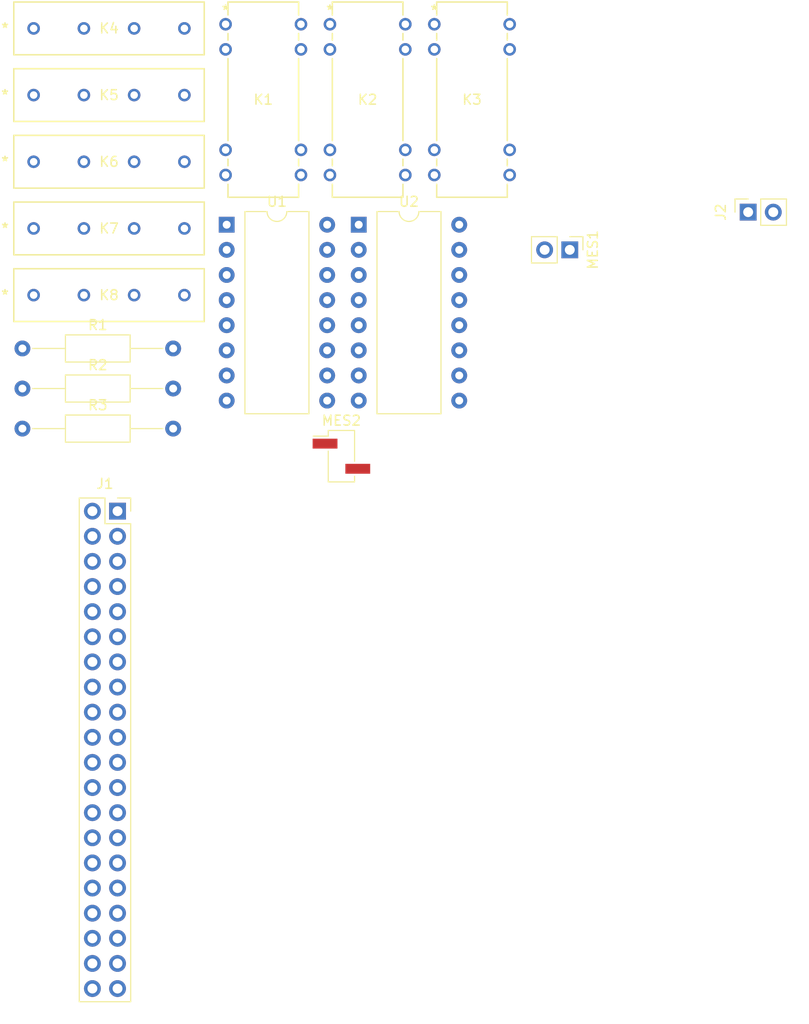
<source format=kicad_pcb>
(kicad_pcb (version 20221018) (generator pcbnew)
  (layers (0 "F.Cu" signal) (31 "B.Cu" signal) (34 "B.Paste" user) (35 "F.Paste" user) (36 "B.SilkS" user "B.Silkscreen") (37 "F.SilkS" user "F.Silkscreen") (38 "B.Mask" user) (39 "F.Mask" user) (44 "Edge.Cuts" user))
  (net 0 "")
  (net 3 "B")
  (net 4 "+12V")
  (net 5 "/O_{1}")
  (net 6 "Net-(K1-Pad7)")
  (net 7 "Net-(K1-Pad8)")
  (net 10 "A")
  (net 11 "/O_{2}")
  (net 12 "Net-(K2-Pad7)")
  (net 13 "Net-(K2-Pad8)")
  (net 16 "/O_{3}")
  (net 17 "Net-(K3-Pad7)")
  (net 18 "Net-(K3-Pad8)")
  (net 21 "+5V")
  (net 22 "/O_{4}")
  (net 23 "/O_{5}")
  (net 24 "Net-(MES2-+)")
  (net 25 "/O6")
  (net 26 "Net-(MES2--)")
  (net 27 "/O7")
  (net 28 "/O8")
  (net 29 "/I_{2}")
  (net 30 "/I_{3}")
  (net 31 "/I_{4}")
  (net 32 "/I_{5}")
  (net 33 "/I_{6}")
  (net 34 "/I_{7}")
  (net 37 "/~{MR}")
  (net 38 "/SH_CP")
  (net 39 "/ST_CP")
  (net 40 "/~{OE}")
  (net 41 "/DS")
  (net 42 "/I_{1}")
  (net 43 "/O_{7}")
  (net 44 "/O_{6}")
  (net 76 "GND")
  (footprint "3572-1220-053:RELAY8_3572-1220-053_COM" (layer "F.Cu") (at 62.3686 45.5221)
    (fp_text reference "K2" (at 3.81 7.62 unlocked) (layer "F.SilkS"))
    (fp_text value "3572-1220-123")
    (fp_text user "*" (at 0 -1.397) (layer "F.SilkS"))
    (fp_text user "*" (at 0 -1.397 unlocked) (layer "F.SilkS"))
    (fp_line (start 0.2413 -2.2479) (end 0.2413 -0.937174) (stroke (width 0.1524)) (layer "F.SilkS"))
    (fp_line (start 0.2413 0.937174) (end 0.2413 1.602826) (stroke (width 0.1524)) (layer "F.SilkS"))
    (fp_line (start 0.2413 3.477174) (end 0.2413 11.762826) (stroke (width 0.1524)) (layer "F.SilkS"))
    (fp_line (start 0.2413 13.637174) (end 0.2413 14.302826) (stroke (width 0.1524)) (layer "F.SilkS"))
    (fp_line (start 0.2413 16.177174) (end 0.2413 17.4879) (stroke (width 0.1524)) (layer "F.SilkS"))
    (fp_line (start 0.2413 17.4879) (end 7.3787 17.4879) (stroke (width 0.1524)) (layer "F.SilkS"))
    (fp_line (start 7.3787 -2.2479) (end 0.2413 -2.2479) (stroke (width 0.1524)) (layer "F.SilkS"))
    (fp_line (start 7.3787 -0.937174) (end 7.3787 -2.2479) (stroke (width 0.1524)) (layer "F.SilkS"))
    (fp_line (start 7.3787 1.602826) (end 7.3787 0.937174) (stroke (width 0.1524)) (layer "F.SilkS"))
    (fp_line (start 7.3787 11.762826) (end 7.3787 3.477174) (stroke (width 0.1524)) (layer "F.SilkS"))
    (fp_line (start 7.3787 14.302826) (end 7.3787 13.637174) (stroke (width 0.1524)) (layer "F.SilkS"))
    (fp_line (start 7.3787 17.4879) (end 7.3787 16.177174) (stroke (width 0.1524)) (layer "F.SilkS"))
    (pad "1" thru_hole circle (at 0 0) (size 1.27 1.27) (drill 0.762) (layers "*.Cu" "*.Mask") (net 3 "B"))
    (pad "2" thru_hole circle (at 0 2.54) (size 1.27 1.27) (drill 0.762) (layers "*.Cu" "*.Mask") (net 4 "+12V"))
    (pad "6" thru_hole circle (at 0 12.7) (size 1.27 1.27) (drill 0.762) (layers "*.Cu" "*.Mask") (net 11 "/O_{2}"))
    (pad "7" thru_hole circle (at 0 15.24) (size 1.27 1.27) (drill 0.762) (layers "*.Cu" "*.Mask") (net 12 "Net-(K2-Pad7)"))
    (pad "8" thru_hole circle (at 7.62 15.24) (size 1.27 1.27) (drill 0.762) (layers "*.Cu" "*.Mask") (net 13 "Net-(K2-Pad8)"))
    (pad "9" thru_hole circle (at 7.62 12.7) (size 1.27 1.27) (drill 0.762) (layers "*.Cu" "*.Mask"))
    (pad "13" thru_hole circle (at 7.62 2.54) (size 1.27 1.27) (drill 0.762) (layers "*.Cu" "*.Mask"))
    (pad "14" thru_hole circle (at 7.62 0) (size 1.27 1.27) (drill 0.762) (layers "*.Cu" "*.Mask") (net 10 "A"))
  )
  (footprint "Connector_PinHeader_2.54mm:PinHeader_1x02_P2.54mm_Vertical_SMD_Pin1Left" (layer "F.Cu") (at 63.528 89.186)
    (fp_text reference "MES2" (at 0 -3.6) (layer "F.SilkS"))
    (fp_text value "Ammeter_DC")
    (fp_line (start -1.33 -2.6) (end -1.33 -2.03) (stroke (width 0.12)) (layer "F.SilkS"))
    (fp_line (start -1.33 -2.6) (end 1.33 -2.6) (stroke (width 0.12)) (layer "F.SilkS"))
    (fp_line (start -1.33 -2.03) (end -2.85 -2.03) (stroke (width 0.12)) (layer "F.SilkS"))
    (fp_line (start -1.33 -0.51) (end -1.33 2.6) (stroke (width 0.12)) (layer "F.SilkS"))
    (fp_line (start -1.33 2.6) (end 1.33 2.6) (stroke (width 0.12)) (layer "F.SilkS"))
    (fp_line (start 1.33 -2.6) (end 1.33 0.51) (stroke (width 0.12)) (layer "F.SilkS"))
    (fp_line (start 1.33 2.03) (end 1.33 2.6) (stroke (width 0.12)) (layer "F.SilkS"))
    (pad "1" smd rect (at -1.655 -1.27) (size 2.51 1) (layers "F.Cu" "F.Paste" "F.Mask") (net 26 "Net-(MES2--)"))
    (pad "2" smd rect (at 1.655 1.27) (size 2.51 1) (layers "F.Cu" "F.Paste" "F.Mask") (net 24 "Net-(MES2-+)"))
  )
  (footprint "3570-1220-123:SIP_3570-1331_COM" (layer "F.Cu") (at 32.4128 66.1624)
    (fp_text reference "K7" (at 7.62 0 unlocked) (layer "F.SilkS"))
    (fp_text value "3570-1331-123")
    (fp_text user "*" (at -2.8956 0 unlocked) (layer "F.SilkS"))
    (fp_text user "*" (at -2.8956 0) (layer "F.SilkS"))
    (fp_line (start -2.0066 -2.667) (end -2.0066 2.667) (stroke (width 0.1524)) (layer "F.SilkS"))
    (fp_line (start -2.0066 2.667) (end 17.2466 2.667) (stroke (width 0.1524)) (layer "F.SilkS"))
    (fp_line (start 17.2466 -2.667) (end -2.0066 -2.667) (stroke (width 0.1524)) (layer "F.SilkS"))
    (fp_line (start 17.2466 2.667) (end 17.2466 -2.667) (stroke (width 0.1524)) (layer "F.SilkS"))
    (pad "1" thru_hole circle (at 0 0) (size 1.27 1.27) (drill 0.762) (layers "*.Cu" "*.Mask") (net 26 "Net-(MES2--)"))
    (pad "2" thru_hole circle (at 5.08 0) (size 1.27 1.27) (drill 0.762) (layers "*.Cu" "*.Mask") (net 4 "+12V"))
    (pad "3" thru_hole circle (at 10.16 0) (size 1.27 1.27) (drill 0.762) (layers "*.Cu" "*.Mask") (net 27 "/O7"))
    (pad "4" thru_hole circle (at 15.24 0) (size 1.27 1.27) (drill 0.762) (layers "*.Cu" "*.Mask") (net 76 "GND"))
  )
  (footprint "Package_DIP:DIP-16_W10.16mm" (layer "F.Cu") (at 51.928 65.786)
    (fp_text reference "U1" (at 5.08 -2.33) (layer "F.SilkS"))
    (fp_text value "74HC595N_112")
    (fp_line (start 1.845 -1.33) (end 1.845 19.11) (stroke (width 0.12)) (layer "F.SilkS"))
    (fp_line (start 1.845 19.11) (end 8.315 19.11) (stroke (width 0.12)) (layer "F.SilkS"))
    (fp_line (start 4.08 -1.33) (end 1.845 -1.33) (stroke (width 0.12)) (layer "F.SilkS"))
    (fp_line (start 8.315 -1.33) (end 6.08 -1.33) (stroke (width 0.12)) (layer "F.SilkS"))
    (fp_line (start 8.315 19.11) (end 8.315 -1.33) (stroke (width 0.12)) (layer "F.SilkS"))
    (fp_arc (start 6.08 -1.33) (mid 5.08 -0.33) (end 4.08 -1.33) (stroke (width 0.12)) (layer "F.SilkS"))
    (pad "1" thru_hole rect (at 0 0) (size 1.6 1.6) (drill 0.8) (layers "*.Cu" "*.Mask") (net 29 "/I_{2}"))
    (pad "2" thru_hole oval (at 0 2.54) (size 1.6 1.6) (drill 0.8) (layers "*.Cu" "*.Mask") (net 30 "/I_{3}"))
    (pad "3" thru_hole oval (at 0 5.08) (size 1.6 1.6) (drill 0.8) (layers "*.Cu" "*.Mask") (net 31 "/I_{4}"))
    (pad "4" thru_hole oval (at 0 7.62) (size 1.6 1.6) (drill 0.8) (layers "*.Cu" "*.Mask") (net 32 "/I_{5}"))
    (pad "5" thru_hole oval (at 0 10.16) (size 1.6 1.6) (drill 0.8) (layers "*.Cu" "*.Mask") (net 33 "/I_{6}"))
    (pad "6" thru_hole oval (at 0 12.7) (size 1.6 1.6) (drill 0.8) (layers "*.Cu" "*.Mask") (net 34 "/I_{7}"))
    (pad "7" thru_hole oval (at 0 15.24) (size 1.6 1.6) (drill 0.8) (layers "*.Cu" "*.Mask"))
    (pad "8" thru_hole oval (at 0 17.78) (size 1.6 1.6) (drill 0.8) (layers "*.Cu" "*.Mask") (net 76 "GND"))
    (pad "9" thru_hole oval (at 10.16 17.78) (size 1.6 1.6) (drill 0.8) (layers "*.Cu" "*.Mask"))
    (pad "10" thru_hole oval (at 10.16 15.24) (size 1.6 1.6) (drill 0.8) (layers "*.Cu" "*.Mask") (net 37 "/~{MR}"))
    (pad "11" thru_hole oval (at 10.16 12.7) (size 1.6 1.6) (drill 0.8) (layers "*.Cu" "*.Mask") (net 38 "/SH_CP"))
    (pad "12" thru_hole oval (at 10.16 10.16) (size 1.6 1.6) (drill 0.8) (layers "*.Cu" "*.Mask") (net 39 "/ST_CP"))
    (pad "13" thru_hole oval (at 10.16 7.62) (size 1.6 1.6) (drill 0.8) (layers "*.Cu" "*.Mask") (net 40 "/~{OE}"))
    (pad "14" thru_hole oval (at 10.16 5.08) (size 1.6 1.6) (drill 0.8) (layers "*.Cu" "*.Mask") (net 41 "/DS"))
    (pad "15" thru_hole oval (at 10.16 2.54) (size 1.6 1.6) (drill 0.8) (layers "*.Cu" "*.Mask") (net 42 "/I_{1}"))
    (pad "16" thru_hole oval (at 10.16 0) (size 1.6 1.6) (drill 0.8) (layers "*.Cu" "*.Mask") (net 21 "+5V"))
  )
  (footprint "3572-1220-053:RELAY8_3572-1220-053_COM" (layer "F.Cu") (at 72.919 45.5221)
    (fp_text reference "K3" (at 3.81 7.62 unlocked) (layer "F.SilkS"))
    (fp_text value "3572-1220-123")
    (fp_text user "*" (at 0 -1.397 unlocked) (layer "F.SilkS"))
    (fp_text user "*" (at 0 -1.397) (layer "F.SilkS"))
    (fp_line (start 0.2413 -2.2479) (end 0.2413 -0.937174) (stroke (width 0.1524)) (layer "F.SilkS"))
    (fp_line (start 0.2413 0.937174) (end 0.2413 1.602826) (stroke (width 0.1524)) (layer "F.SilkS"))
    (fp_line (start 0.2413 3.477174) (end 0.2413 11.762826) (stroke (width 0.1524)) (layer "F.SilkS"))
    (fp_line (start 0.2413 13.637174) (end 0.2413 14.302826) (stroke (width 0.1524)) (layer "F.SilkS"))
    (fp_line (start 0.2413 16.177174) (end 0.2413 17.4879) (stroke (width 0.1524)) (layer "F.SilkS"))
    (fp_line (start 0.2413 17.4879) (end 7.3787 17.4879) (stroke (width 0.1524)) (layer "F.SilkS"))
    (fp_line (start 7.3787 -2.2479) (end 0.2413 -2.2479) (stroke (width 0.1524)) (layer "F.SilkS"))
    (fp_line (start 7.3787 -0.937174) (end 7.3787 -2.2479) (stroke (width 0.1524)) (layer "F.SilkS"))
    (fp_line (start 7.3787 1.602826) (end 7.3787 0.937174) (stroke (width 0.1524)) (layer "F.SilkS"))
    (fp_line (start 7.3787 11.762826) (end 7.3787 3.477174) (stroke (width 0.1524)) (layer "F.SilkS"))
    (fp_line (start 7.3787 14.302826) (end 7.3787 13.637174) (stroke (width 0.1524)) (layer "F.SilkS"))
    (fp_line (start 7.3787 17.4879) (end 7.3787 16.177174) (stroke (width 0.1524)) (layer "F.SilkS"))
    (pad "1" thru_hole circle (at 0 0) (size 1.27 1.27) (drill 0.762) (layers "*.Cu" "*.Mask") (net 76 "GND"))
    (pad "2" thru_hole circle (at 0 2.54) (size 1.27 1.27) (drill 0.762) (layers "*.Cu" "*.Mask") (net 4 "+12V"))
    (pad "6" thru_hole circle (at 0 12.7) (size 1.27 1.27) (drill 0.762) (layers "*.Cu" "*.Mask") (net 16 "/O_{3}"))
    (pad "7" thru_hole circle (at 0 15.24) (size 1.27 1.27) (drill 0.762) (layers "*.Cu" "*.Mask") (net 17 "Net-(K3-Pad7)"))
    (pad "8" thru_hole circle (at 7.62 15.24) (size 1.27 1.27) (drill 0.762) (layers "*.Cu" "*.Mask") (net 18 "Net-(K3-Pad8)"))
    (pad "9" thru_hole circle (at 7.62 12.7) (size 1.27 1.27) (drill 0.762) (layers "*.Cu" "*.Mask"))
    (pad "13" thru_hole circle (at 7.62 2.54) (size 1.27 1.27) (drill 0.762) (layers "*.Cu" "*.Mask"))
    (pad "14" thru_hole circle (at 7.62 0) (size 1.27 1.27) (drill 0.762) (layers "*.Cu" "*.Mask") (net 10 "A"))
  )
  (footprint "3570-1220-123:SIP_3570-1331_COM" (layer "F.Cu") (at 32.4128 45.9412)
    (fp_text reference "K4" (at 7.62 0 unlocked) (layer "F.SilkS"))
    (fp_text value "3570-1331-123")
    (fp_text user "*" (at -2.8956 0 unlocked) (layer "F.SilkS"))
    (fp_text user "*" (at -2.8956 0) (layer "F.SilkS"))
    (fp_line (start -2.0066 -2.667) (end -2.0066 2.667) (stroke (width 0.1524)) (layer "F.SilkS"))
    (fp_line (start -2.0066 2.667) (end 17.2466 2.667) (stroke (width 0.1524)) (layer "F.SilkS"))
    (fp_line (start 17.2466 -2.667) (end -2.0066 -2.667) (stroke (width 0.1524)) (layer "F.SilkS"))
    (fp_line (start 17.2466 2.667) (end 17.2466 -2.667) (stroke (width 0.1524)) (layer "F.SilkS"))
    (pad "1" thru_hole circle (at 0 0) (size 1.27 1.27) (drill 0.762) (layers "*.Cu" "*.Mask") (net 21 "+5V"))
    (pad "2" thru_hole circle (at 5.08 0) (size 1.27 1.27) (drill 0.762) (layers "*.Cu" "*.Mask") (net 4 "+12V"))
    (pad "3" thru_hole circle (at 10.16 0) (size 1.27 1.27) (drill 0.762) (layers "*.Cu" "*.Mask") (net 22 "/O_{4}"))
    (pad "4" thru_hole circle (at 15.24 0) (size 1.27 1.27) (drill 0.762) (layers "*.Cu" "*.Mask") (net 10 "A"))
  )
  (footprint "Connector_PinHeader_2.54mm:PinHeader_1x02_P2.54mm_Vertical" (layer "F.Cu") (at 86.614 68.326 -90)
    (fp_text reference "MES1" (at 0 -2.33 90) (layer "F.SilkS"))
    (fp_text value "Voltmeter_DC")
    (fp_line (start -1.33 -1.33) (end 0 -1.33) (stroke (width 0.12)) (layer "F.SilkS"))
    (fp_line (start -1.33 0) (end -1.33 -1.33) (stroke (width 0.12)) (layer "F.SilkS"))
    (fp_line (start -1.33 1.27) (end -1.33 3.87) (stroke (width 0.12)) (layer "F.SilkS"))
    (fp_line (start -1.33 1.27) (end 1.33 1.27) (stroke (width 0.12)) (layer "F.SilkS"))
    (fp_line (start -1.33 3.87) (end 1.33 3.87) (stroke (width 0.12)) (layer "F.SilkS"))
    (fp_line (start 1.33 1.27) (end 1.33 3.87) (stroke (width 0.12)) (layer "F.SilkS"))
    (pad "1" thru_hole rect (at 0 0 270) (size 1.7 1.7) (drill 1) (layers "*.Cu" "*.Mask") (net 76 "GND"))
    (pad "2" thru_hole oval (at 0 2.54 270) (size 1.7 1.7) (drill 1) (layers "*.Cu" "*.Mask") (net 10 "A"))
  )
  (footprint "Connector_PinSocket_2.54mm:PinSocket_2x20_P2.54mm_Vertical" (layer "F.Cu") (at 40.894 94.742)
    (fp_text reference "J1" (at -1.27 -2.77) (layer "F.SilkS"))
    (fp_text value "Raspberry PI5")
    (fp_line (start -3.87 -1.33) (end -3.87 49.59) (stroke (width 0.12)) (layer "F.SilkS"))
    (fp_line (start -3.87 -1.33) (end -1.27 -1.33) (stroke (width 0.12)) (layer "F.SilkS"))
    (fp_line (start -3.87 49.59) (end 1.33 49.59) (stroke (width 0.12)) (layer "F.SilkS"))
    (fp_line (start -1.27 -1.33) (end -1.27 1.27) (stroke (width 0.12)) (layer "F.SilkS"))
    (fp_line (start -1.27 1.27) (end 1.33 1.27) (stroke (width 0.12)) (layer "F.SilkS"))
    (fp_line (start 0 -1.33) (end 1.33 -1.33) (stroke (width 0.12)) (layer "F.SilkS"))
    (fp_line (start 1.33 -1.33) (end 1.33 0) (stroke (width 0.12)) (layer "F.SilkS"))
    (fp_line (start 1.33 1.27) (end 1.33 49.59) (stroke (width 0.12)) (layer "F.SilkS"))
    (pad "1" thru_hole rect (at 0 0) (size 1.7 1.7) (drill 1) (layers "*.Cu" "*.Mask"))
    (pad "2" thru_hole oval (at -2.54 0) (size 1.7 1.7) (drill 1) (layers "*.Cu" "*.Mask"))
    (pad "3" thru_hole oval (at 0 2.54) (size 1.7 1.7) (drill 1) (layers "*.Cu" "*.Mask"))
    (pad "4" thru_hole oval (at -2.54 2.54) (size 1.7 1.7) (drill 1) (layers "*.Cu" "*.Mask"))
    (pad "5" thru_hole oval (at 0 5.08) (size 1.7 1.7) (drill 1) (layers "*.Cu" "*.Mask"))
    (pad "6" thru_hole oval (at -2.54 5.08) (size 1.7 1.7) (drill 1) (layers "*.Cu" "*.Mask") (net 76 "GND"))
    (pad "7" thru_hole oval (at 0 7.62) (size 1.7 1.7) (drill 1) (layers "*.Cu" "*.Mask"))
    (pad "8" thru_hole oval (at -2.54 7.62) (size 1.7 1.7) (drill 1) (layers "*.Cu" "*.Mask"))
    (pad "9" thru_hole oval (at 0 10.16) (size 1.7 1.7) (drill 1) (layers "*.Cu" "*.Mask") (net 76 "GND"))
    (pad "10" thru_hole oval (at -2.54 10.16) (size 1.7 1.7) (drill 1) (layers "*.Cu" "*.Mask"))
    (pad "11" thru_hole oval (at 0 12.7) (size 1.7 1.7) (drill 1) (layers "*.Cu" "*.Mask"))
    (pad "12" thru_hole oval (at -2.54 12.7) (size 1.7 1.7) (drill 1) (layers "*.Cu" "*.Mask"))
    (pad "13" thru_hole oval (at 0 15.24) (size 1.7 1.7) (drill 1) (layers "*.Cu" "*.Mask"))
    (pad "14" thru_hole oval (at -2.54 15.24) (size 1.7 1.7) (drill 1) (layers "*.Cu" "*.Mask") (net 76 "GND"))
    (pad "15" thru_hole oval (at 0 17.78) (size 1.7 1.7) (drill 1) (layers "*.Cu" "*.Mask"))
    (pad "16" thru_hole oval (at -2.54 17.78) (size 1.7 1.7) (drill 1) (layers "*.Cu" "*.Mask"))
    (pad "17" thru_hole oval (at 0 20.32) (size 1.7 1.7) (drill 1) (layers "*.Cu" "*.Mask"))
    (pad "18" thru_hole oval (at -2.54 20.32) (size 1.7 1.7) (drill 1) (layers "*.Cu" "*.Mask"))
    (pad "19" thru_hole oval (at 0 22.86) (size 1.7 1.7) (drill 1) (layers "*.Cu" "*.Mask"))
    (pad "20" thru_hole oval (at -2.54 22.86) (size 1.7 1.7) (drill 1) (layers "*.Cu" "*.Mask") (net 76 "GND"))
    (pad "21" thru_hole oval (at 0 25.4) (size 1.7 1.7) (drill 1) (layers "*.Cu" "*.Mask"))
    (pad "22" thru_hole oval (at -2.54 25.4) (size 1.7 1.7) (drill 1) (layers "*.Cu" "*.Mask"))
    (pad "23" thru_hole oval (at 0 27.94) (size 1.7 1.7) (drill 1) (layers "*.Cu" "*.Mask"))
    (pad "24" thru_hole oval (at -2.54 27.94) (size 1.7 1.7) (drill 1) (layers "*.Cu" "*.Mask"))
    (pad "25" thru_hole oval (at 0 30.48) (size 1.7 1.7) (drill 1) (layers "*.Cu" "*.Mask") (net 76 "GND"))
    (pad "26" thru_hole oval (at -2.54 30.48) (size 1.7 1.7) (drill 1) (layers "*.Cu" "*.Mask"))
    (pad "27" thru_hole oval (at 0 33.02) (size 1.7 1.7) (drill 1) (layers "*.Cu" "*.Mask"))
    (pad "28" thru_hole oval (at -2.54 33.02) (size 1.7 1.7) (drill 1) (layers "*.Cu" "*.Mask"))
    (pad "29" thru_hole oval (at 0 35.56) (size 1.7 1.7) (drill 1) (layers "*.Cu" "*.Mask"))
    (pad "30" thru_hole oval (at -2.54 35.56) (size 1.7 1.7) (drill 1) (layers "*.Cu" "*.Mask"))
    (pad "31" thru_hole oval (at 0 38.1) (size 1.7 1.7) (drill 1) (layers "*.Cu" "*.Mask"))
    (pad "32" thru_hole oval (at -2.54 38.1) (size 1.7 1.7) (drill 1) (layers "*.Cu" "*.Mask"))
    (pad "33" thru_hole oval (at 0 40.64) (size 1.7 1.7) (drill 1) (layers "*.Cu" "*.Mask"))
    (pad "34" thru_hole oval (at -2.54 40.64) (size 1.7 1.7) (drill 1) (layers "*.Cu" "*.Mask") (net 76 "GND"))
    (pad "35" thru_hole oval (at 0 43.18) (size 1.7 1.7) (drill 1) (layers "*.Cu" "*.Mask"))
    (pad "36" thru_hole oval (at -2.54 43.18) (size 1.7 1.7) (drill 1) (layers "*.Cu" "*.Mask"))
    (pad "37" thru_hole oval (at 0 45.72) (size 1.7 1.7) (drill 1) (layers "*.Cu" "*.Mask"))
    (pad "38" thru_hole oval (at -2.54 45.72) (size 1.7 1.7) (drill 1) (layers "*.Cu" "*.Mask"))
    (pad "39" thru_hole oval (at 0 48.26) (size 1.7 1.7) (drill 1) (layers "*.Cu" "*.Mask") (net 76 "GND"))
    (pad "40" thru_hole oval (at -2.54 48.26) (size 1.7 1.7) (drill 1) (layers "*.Cu" "*.Mask"))
  )
  (footprint "3572-1220-053:RELAY8_3572-1220-053_COM" (layer "F.Cu") (at 51.8182 45.5221)
    (fp_text reference "K1" (at 3.81 7.62 unlocked) (layer "F.SilkS"))
    (fp_text value "3572-1220-123")
    (fp_text user "*" (at 0 -1.397) (layer "F.SilkS"))
    (fp_text user "*" (at 0 -1.397 unlocked) (layer "F.SilkS"))
    (fp_line (start 0.2413 -2.2479) (end 0.2413 -0.937174) (stroke (width 0.1524)) (layer "F.SilkS"))
    (fp_line (start 0.2413 0.937174) (end 0.2413 1.602826) (stroke (width 0.1524)) (layer "F.SilkS"))
    (fp_line (start 0.2413 3.477174) (end 0.2413 11.762826) (stroke (width 0.1524)) (layer "F.SilkS"))
    (fp_line (start 0.2413 13.637174) (end 0.2413 14.302826) (stroke (width 0.1524)) (layer "F.SilkS"))
    (fp_line (start 0.2413 16.177174) (end 0.2413 17.4879) (stroke (width 0.1524)) (layer "F.SilkS"))
    (fp_line (start 0.2413 17.4879) (end 7.3787 17.4879) (stroke (width 0.1524)) (layer "F.SilkS"))
    (fp_line (start 7.3787 -2.2479) (end 0.2413 -2.2479) (stroke (width 0.1524)) (layer "F.SilkS"))
    (fp_line (start 7.3787 -0.937174) (end 7.3787 -2.2479) (stroke (width 0.1524)) (layer "F.SilkS"))
    (fp_line (start 7.3787 1.602826) (end 7.3787 0.937174) (stroke (width 0.1524)) (layer "F.SilkS"))
    (fp_line (start 7.3787 11.762826) (end 7.3787 3.477174) (stroke (width 0.1524)) (layer "F.SilkS"))
    (fp_line (start 7.3787 14.302826) (end 7.3787 13.637174) (stroke (width 0.1524)) (layer "F.SilkS"))
    (fp_line (start 7.3787 17.4879) (end 7.3787 16.177174) (stroke (width 0.1524)) (layer "F.SilkS"))
    (pad "1" thru_hole circle (at 0 0) (size 1.27 1.27) (drill 0.762) (layers "*.Cu" "*.Mask") (net 3 "B"))
    (pad "2" thru_hole circle (at 0 2.54) (size 1.27 1.27) (drill 0.762) (layers "*.Cu" "*.Mask") (net 4 "+12V"))
    (pad "6" thru_hole circle (at 0 12.7) (size 1.27 1.27) (drill 0.762) (layers "*.Cu" "*.Mask") (net 5 "/O_{1}"))
    (pad "7" thru_hole circle (at 0 15.24) (size 1.27 1.27) (drill 0.762) (layers "*.Cu" "*.Mask") (net 6 "Net-(K1-Pad7)"))
    (pad "8" thru_hole circle (at 7.62 15.24) (size 1.27 1.27) (drill 0.762) (layers "*.Cu" "*.Mask") (net 7 "Net-(K1-Pad8)"))
    (pad "9" thru_hole circle (at 7.62 12.7) (size 1.27 1.27) (drill 0.762) (layers "*.Cu" "*.Mask"))
    (pad "13" thru_hole circle (at 7.62 2.54) (size 1.27 1.27) (drill 0.762) (layers "*.Cu" "*.Mask"))
    (pad "14" thru_hole circle (at 7.62 0) (size 1.27 1.27) (drill 0.762) (layers "*.Cu" "*.Mask") (net 10 "A"))
  )
  (footprint "Resistor_THT:R_Axial_DIN0207_L6.3mm_D2.5mm_P15.24mm_Horizontal" (layer "F.Cu") (at 31.278 86.396)
    (fp_text reference "R3" (at 7.62 -2.37) (layer "F.SilkS"))
    (fp_text value "R3")
    (fp_line (start 1.04 0) (end 4.35 0) (stroke (width 0.12)) (layer "F.SilkS"))
    (fp_line (start 4.35 -1.37) (end 4.35 1.37) (stroke (width 0.12)) (layer "F.SilkS"))
    (fp_line (start 4.35 1.37) (end 10.89 1.37) (stroke (width 0.12)) (layer "F.SilkS"))
    (fp_line (start 10.89 -1.37) (end 4.35 -1.37) (stroke (width 0.12)) (layer "F.SilkS"))
    (fp_line (start 10.89 1.37) (end 10.89 -1.37) (stroke (width 0.12)) (layer "F.SilkS"))
    (fp_line (start 14.2 0) (end 10.89 0) (stroke (width 0.12)) (layer "F.SilkS"))
    (pad "1" thru_hole circle (at 0 0) (size 1.6 1.6) (drill 0.8) (layers "*.Cu" "*.Mask") (net 18 "Net-(K3-Pad8)"))
    (pad "2" thru_hole oval (at 15.24 0) (size 1.6 1.6) (drill 0.8) (layers "*.Cu" "*.Mask") (net 17 "Net-(K3-Pad7)"))
  )
  (footprint "3570-1220-123:SIP_3570-1331_COM" (layer "F.Cu") (at 32.4128 72.9028)
    (fp_text reference "K8" (at 7.62 0 unlocked) (layer "F.SilkS"))
    (fp_text value "3570-1331-123")
    (fp_text user "*" (at -2.8956 0 unlocked) (layer "F.SilkS"))
    (fp_text user "*" (at -2.8956 0) (layer "F.SilkS"))
    (fp_line (start -2.0066 -2.667) (end -2.0066 2.667) (stroke (width 0.1524)) (layer "F.SilkS"))
    (fp_line (start -2.0066 2.667) (end 17.2466 2.667) (stroke (width 0.1524)) (layer "F.SilkS"))
    (fp_line (start 17.2466 -2.667) (end -2.0066 -2.667) (stroke (width 0.1524)) (layer "F.SilkS"))
    (fp_line (start 17.2466 2.667) (end 17.2466 -2.667) (stroke (width 0.1524)) (layer "F.SilkS"))
    (pad "1" thru_hole circle (at 0 0) (size 1.27 1.27) (drill 0.762) (layers "*.Cu" "*.Mask") (net 3 "B"))
    (pad "2" thru_hole circle (at 5.08 0) (size 1.27 1.27) (drill 0.762) (layers "*.Cu" "*.Mask") (net 4 "+12V"))
    (pad "3" thru_hole circle (at 10.16 0) (size 1.27 1.27) (drill 0.762) (layers "*.Cu" "*.Mask") (net 28 "/O8"))
    (pad "4" thru_hole circle (at 15.24 0) (size 1.27 1.27) (drill 0.762) (layers "*.Cu" "*.Mask") (net 76 "GND"))
  )
  (footprint "Resistor_THT:R_Axial_DIN0207_L6.3mm_D2.5mm_P15.24mm_Horizontal" (layer "F.Cu") (at 31.278 78.296)
    (fp_text reference "R1" (at 7.62 -2.37) (layer "F.SilkS"))
    (fp_text value "R1")
    (fp_line (start 1.04 0) (end 4.35 0) (stroke (width 0.12)) (layer "F.SilkS"))
    (fp_line (start 4.35 -1.37) (end 4.35 1.37) (stroke (width 0.12)) (layer "F.SilkS"))
    (fp_line (start 4.35 1.37) (end 10.89 1.37) (stroke (width 0.12)) (layer "F.SilkS"))
    (fp_line (start 10.89 -1.37) (end 4.35 -1.37) (stroke (width 0.12)) (layer "F.SilkS"))
    (fp_line (start 10.89 1.37) (end 10.89 -1.37) (stroke (width 0.12)) (layer "F.SilkS"))
    (fp_line (start 14.2 0) (end 10.89 0) (stroke (width 0.12)) (layer "F.SilkS"))
    (pad "1" thru_hole circle (at 0 0) (size 1.6 1.6) (drill 0.8) (layers "*.Cu" "*.Mask") (net 6 "Net-(K1-Pad7)"))
    (pad "2" thru_hole oval (at 15.24 0) (size 1.6 1.6) (drill 0.8) (layers "*.Cu" "*.Mask") (net 7 "Net-(K1-Pad8)"))
  )
  (footprint "Connector_PinSocket_2.54mm:PinSocket_1x02_P2.54mm_Vertical" (layer "F.Cu") (at 104.648 64.516 90)
    (fp_text reference "J2" (at 0 -2.77 90) (layer "F.SilkS"))
    (fp_text value "Fonte 5V")
    (fp_line (start -1.33 1.27) (end -1.33 3.87) (stroke (width 0.12)) (layer "F.SilkS"))
    (fp_line (start -1.33 1.27) (end 1.33 1.27) (stroke (width 0.12)) (layer "F.SilkS"))
    (fp_line (start -1.33 3.87) (end 1.33 3.87) (stroke (width 0.12)) (layer "F.SilkS"))
    (fp_line (start 0 -1.33) (end 1.33 -1.33) (stroke (width 0.12)) (layer "F.SilkS"))
    (fp_line (start 1.33 -1.33) (end 1.33 0) (stroke (width 0.12)) (layer "F.SilkS"))
    (fp_line (start 1.33 1.27) (end 1.33 3.87) (stroke (width 0.12)) (layer "F.SilkS"))
    (pad "1" thru_hole rect (at 0 0 90) (size 1.7 1.7) (drill 1) (layers "*.Cu" "*.Mask") (net 21 "+5V"))
    (pad "2" thru_hole oval (at 0 2.54 90) (size 1.7 1.7) (drill 1) (layers "*.Cu" "*.Mask") (net 76 "GND"))
  )
  (footprint "Resistor_THT:R_Axial_DIN0207_L6.3mm_D2.5mm_P15.24mm_Horizontal" (layer "F.Cu") (at 31.278 82.346)
    (fp_text reference "R2" (at 7.62 -2.37) (layer "F.SilkS"))
    (fp_text value "R2")
    (fp_line (start 1.04 0) (end 4.35 0) (stroke (width 0.12)) (layer "F.SilkS"))
    (fp_line (start 4.35 -1.37) (end 4.35 1.37) (stroke (width 0.12)) (layer "F.SilkS"))
    (fp_line (start 4.35 1.37) (end 10.89 1.37) (stroke (width 0.12)) (layer "F.SilkS"))
    (fp_line (start 10.89 -1.37) (end 4.35 -1.37) (stroke (width 0.12)) (layer "F.SilkS"))
    (fp_line (start 10.89 1.37) (end 10.89 -1.37) (stroke (width 0.12)) (layer "F.SilkS"))
    (fp_line (start 14.2 0) (end 10.89 0) (stroke (width 0.12)) (layer "F.SilkS"))
    (pad "1" thru_hole circle (at 0 0) (size 1.6 1.6) (drill 0.8) (layers "*.Cu" "*.Mask") (net 13 "Net-(K2-Pad8)"))
    (pad "2" thru_hole oval (at 15.24 0) (size 1.6 1.6) (drill 0.8) (layers "*.Cu" "*.Mask") (net 12 "Net-(K2-Pad7)"))
  )
  (footprint "Package_DIP:DIP-16_W10.16mm" (layer "F.Cu") (at 65.278 65.786)
    (fp_text reference "U2" (at 5.08 -2.33) (layer "F.SilkS"))
    (fp_text value "ULN2003")
    (fp_line (start 1.845 -1.33) (end 1.845 19.11) (stroke (width 0.12)) (layer "F.SilkS"))
    (fp_line (start 1.845 19.11) (end 8.315 19.11) (stroke (width 0.12)) (layer "F.SilkS"))
    (fp_line (start 4.08 -1.33) (end 1.845 -1.33) (stroke (width 0.12)) (layer "F.SilkS"))
    (fp_line (start 8.315 -1.33) (end 6.08 -1.33) (stroke (width 0.12)) (layer "F.SilkS"))
    (fp_line (start 8.315 19.11) (end 8.315 -1.33) (stroke (width 0.12)) (layer "F.SilkS"))
    (fp_arc (start 6.08 -1.33) (mid 5.08 -0.33) (end 4.08 -1.33) (stroke (width 0.12)) (layer "F.SilkS"))
    (pad "1" thru_hole rect (at 0 0) (size 1.6 1.6) (drill 0.8) (layers "*.Cu" "*.Mask") (net 42 "/I_{1}"))
    (pad "2" thru_hole oval (at 0 2.54) (size 1.6 1.6) (drill 0.8) (layers "*.Cu" "*.Mask") (net 29 "/I_{2}"))
    (pad "3" thru_hole oval (at 0 5.08) (size 1.6 1.6) (drill 0.8) (layers "*.Cu" "*.Mask") (net 30 "/I_{3}"))
    (pad "4" thru_hole oval (at 0 7.62) (size 1.6 1.6) (drill 0.8) (layers "*.Cu" "*.Mask") (net 31 "/I_{4}"))
    (pad "5" thru_hole oval (at 0 10.16) (size 1.6 1.6) (drill 0.8) (layers "*.Cu" "*.Mask") (net 32 "/I_{5}"))
    (pad "6" thru_hole oval (at 0 12.7) (size 1.6 1.6) (drill 0.8) (layers "*.Cu" "*.Mask") (net 33 "/I_{6}"))
    (pad "7" thru_hole oval (at 0 15.24) (size 1.6 1.6) (drill 0.8) (layers "*.Cu" "*.Mask") (net 34 "/I_{7}"))
    (pad "8" thru_hole oval (at 0 17.78) (size 1.6 1.6) (drill 0.8) (layers "*.Cu" "*.Mask") (net 76 "GND"))
    (pad "9" thru_hole oval (at 10.16 17.78) (size 1.6 1.6) (drill 0.8) (layers "*.Cu" "*.Mask") (net 4 "+12V"))
    (pad "10" thru_hole oval (at 10.16 15.24) (size 1.6 1.6) (drill 0.8) (layers "*.Cu" "*.Mask") (net 43 "/O_{7}"))
    (pad "11" thru_hole oval (at 10.16 12.7) (size 1.6 1.6) (drill 0.8) (layers "*.Cu" "*.Mask") (net 44 "/O_{6}"))
    (pad "12" thru_hole oval (at 10.16 10.16) (size 1.6 1.6) (drill 0.8) (layers "*.Cu" "*.Mask") (net 23 "/O_{5}"))
    (pad "13" thru_hole oval (at 10.16 7.62) (size 1.6 1.6) (drill 0.8) (layers "*.Cu" "*.Mask") (net 22 "/O_{4}"))
    (pad "14" thru_hole oval (at 10.16 5.08) (size 1.6 1.6) (drill 0.8) (layers "*.Cu" "*.Mask") (net 16 "/O_{3}"))
    (pad "15" thru_hole oval (at 10.16 2.54) (size 1.6 1.6) (drill 0.8) (layers "*.Cu" "*.Mask") (net 11 "/O_{2}"))
    (pad "16" thru_hole oval (at 10.16 0) (size 1.6 1.6) (drill 0.8) (layers "*.Cu" "*.Mask") (net 5 "/O_{1}"))
  )
  (footprint "3570-1220-123:SIP_3570-1331_COM" (layer "F.Cu") (at 32.4128 59.422)
    (fp_text reference "K6" (at 7.62 0 unlocked) (layer "F.SilkS"))
    (fp_text value "3570-1331-123")
    (fp_text user "*" (at -2.8956 0 unlocked) (layer "F.SilkS"))
    (fp_text user "*" (at -2.8956 0) (layer "F.SilkS"))
    (fp_line (start -2.0066 -2.667) (end -2.0066 2.667) (stroke (width 0.1524)) (layer "F.SilkS"))
    (fp_line (start -2.0066 2.667) (end 17.2466 2.667) (stroke (width 0.1524)) (layer "F.SilkS"))
    (fp_line (start 17.2466 -2.667) (end -2.0066 -2.667) (stroke (width 0.1524)) (layer "F.SilkS"))
    (fp_line (start 17.2466 2.667) (end 17.2466 -2.667) (stroke (width 0.1524)) (layer "F.SilkS"))
    (pad "1" thru_hole circle (at 0 0) (size 1.27 1.27) (drill 0.762) (layers "*.Cu" "*.Mask") (net 24 "Net-(MES2-+)"))
    (pad "2" thru_hole circle (at 5.08 0) (size 1.27 1.27) (drill 0.762) (layers "*.Cu" "*.Mask") (net 24 "Net-(MES2-+)"))
    (pad "3" thru_hole circle (at 10.16 0) (size 1.27 1.27) (drill 0.762) (layers "*.Cu" "*.Mask") (net 25 "/O6"))
    (pad "4" thru_hole circle (at 15.24 0) (size 1.27 1.27) (drill 0.762) (layers "*.Cu" "*.Mask") (net 3 "B"))
  )
  (footprint "3570-1220-123:SIP_3570-1331_COM" (layer "F.Cu") (at 32.4128 52.6816)
    (fp_text reference "K5" (at 7.62 0 unlocked) (layer "F.SilkS"))
    (fp_text value "3570-1331-123")
    (fp_text user "*" (at -2.8956 0 unlocked) (layer "F.SilkS"))
    (fp_text user "*" (at -2.8956 0) (layer "F.SilkS"))
    (fp_line (start -2.0066 -2.667) (end -2.0066 2.667) (stroke (width 0.1524)) (layer "F.SilkS"))
    (fp_line (start -2.0066 2.667) (end 17.2466 2.667) (stroke (width 0.1524)) (layer "F.SilkS"))
    (fp_line (start 17.2466 -2.667) (end -2.0066 -2.667) (stroke (width 0.1524)) (layer "F.SilkS"))
    (fp_line (start 17.2466 2.667) (end 17.2466 -2.667) (stroke (width 0.1524)) (layer "F.SilkS"))
    (pad "1" thru_hole circle (at 0 0) (size 1.27 1.27) (drill 0.762) (layers "*.Cu" "*.Mask") (net 10 "A"))
    (pad "2" thru_hole circle (at 5.08 0) (size 1.27 1.27) (drill 0.762) (layers "*.Cu" "*.Mask") (net 4 "+12V"))
    (pad "3" thru_hole circle (at 10.16 0) (size 1.27 1.27) (drill 0.762) (layers "*.Cu" "*.Mask") (net 23 "/O_{5}"))
    (pad "4" thru_hole circle (at 15.24 0) (size 1.27 1.27) (drill 0.762) (layers "*.Cu" "*.Mask") (net 3 "B"))
  )
)
</source>
